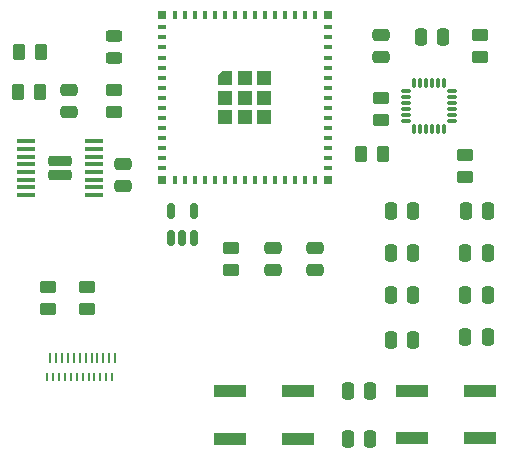
<source format=gbr>
%TF.GenerationSoftware,KiCad,Pcbnew,8.0.3*%
%TF.CreationDate,2024-07-09T21:28:30-04:00*%
%TF.ProjectId,PCB,5043422e-6b69-4636-9164-5f7063625858,rev?*%
%TF.SameCoordinates,Original*%
%TF.FileFunction,Paste,Top*%
%TF.FilePolarity,Positive*%
%FSLAX46Y46*%
G04 Gerber Fmt 4.6, Leading zero omitted, Abs format (unit mm)*
G04 Created by KiCad (PCBNEW 8.0.3) date 2024-07-09 21:28:30*
%MOMM*%
%LPD*%
G01*
G04 APERTURE LIST*
G04 Aperture macros list*
%AMRoundRect*
0 Rectangle with rounded corners*
0 $1 Rounding radius*
0 $2 $3 $4 $5 $6 $7 $8 $9 X,Y pos of 4 corners*
0 Add a 4 corners polygon primitive as box body*
4,1,4,$2,$3,$4,$5,$6,$7,$8,$9,$2,$3,0*
0 Add four circle primitives for the rounded corners*
1,1,$1+$1,$2,$3*
1,1,$1+$1,$4,$5*
1,1,$1+$1,$6,$7*
1,1,$1+$1,$8,$9*
0 Add four rect primitives between the rounded corners*
20,1,$1+$1,$2,$3,$4,$5,0*
20,1,$1+$1,$4,$5,$6,$7,0*
20,1,$1+$1,$6,$7,$8,$9,0*
20,1,$1+$1,$8,$9,$2,$3,0*%
%AMOutline5P*
0 Free polygon, 5 corners , with rotation*
0 The origin of the aperture is its center*
0 number of corners: always 5*
0 $1 to $10 corner X, Y*
0 $11 Rotation angle, in degrees counterclockwise*
0 create outline with 5 corners*
4,1,5,$1,$2,$3,$4,$5,$6,$7,$8,$9,$10,$1,$2,$11*%
%AMOutline6P*
0 Free polygon, 6 corners , with rotation*
0 The origin of the aperture is its center*
0 number of corners: always 6*
0 $1 to $12 corner X, Y*
0 $13 Rotation angle, in degrees counterclockwise*
0 create outline with 6 corners*
4,1,6,$1,$2,$3,$4,$5,$6,$7,$8,$9,$10,$11,$12,$1,$2,$13*%
%AMOutline7P*
0 Free polygon, 7 corners , with rotation*
0 The origin of the aperture is its center*
0 number of corners: always 7*
0 $1 to $14 corner X, Y*
0 $15 Rotation angle, in degrees counterclockwise*
0 create outline with 7 corners*
4,1,7,$1,$2,$3,$4,$5,$6,$7,$8,$9,$10,$11,$12,$13,$14,$1,$2,$15*%
%AMOutline8P*
0 Free polygon, 8 corners , with rotation*
0 The origin of the aperture is its center*
0 number of corners: always 8*
0 $1 to $16 corner X, Y*
0 $17 Rotation angle, in degrees counterclockwise*
0 create outline with 8 corners*
4,1,8,$1,$2,$3,$4,$5,$6,$7,$8,$9,$10,$11,$12,$13,$14,$15,$16,$1,$2,$17*%
G04 Aperture macros list end*
%ADD10R,0.270000X0.900000*%
%ADD11R,0.270000X0.800000*%
%ADD12R,0.800000X0.400000*%
%ADD13R,0.400000X0.800000*%
%ADD14Outline5P,-0.600000X0.204000X-0.204000X0.600000X0.600000X0.600000X0.600000X-0.600000X-0.600000X-0.600000X0.000000*%
%ADD15R,1.200000X1.200000*%
%ADD16R,0.800000X0.800000*%
%ADD17RoundRect,0.232500X-0.757500X-0.232500X0.757500X-0.232500X0.757500X0.232500X-0.757500X0.232500X0*%
%ADD18RoundRect,0.100000X-0.687500X-0.100000X0.687500X-0.100000X0.687500X0.100000X-0.687500X0.100000X0*%
%ADD19RoundRect,0.250000X-0.262500X-0.450000X0.262500X-0.450000X0.262500X0.450000X-0.262500X0.450000X0*%
%ADD20RoundRect,0.075000X0.350000X0.075000X-0.350000X0.075000X-0.350000X-0.075000X0.350000X-0.075000X0*%
%ADD21RoundRect,0.075000X-0.075000X0.350000X-0.075000X-0.350000X0.075000X-0.350000X0.075000X0.350000X0*%
%ADD22RoundRect,0.243750X-0.456250X0.243750X-0.456250X-0.243750X0.456250X-0.243750X0.456250X0.243750X0*%
%ADD23RoundRect,0.250000X0.450000X-0.262500X0.450000X0.262500X-0.450000X0.262500X-0.450000X-0.262500X0*%
%ADD24RoundRect,0.250000X0.250000X0.475000X-0.250000X0.475000X-0.250000X-0.475000X0.250000X-0.475000X0*%
%ADD25RoundRect,0.250000X0.475000X-0.250000X0.475000X0.250000X-0.475000X0.250000X-0.475000X-0.250000X0*%
%ADD26RoundRect,0.250000X-0.250000X-0.475000X0.250000X-0.475000X0.250000X0.475000X-0.250000X0.475000X0*%
%ADD27RoundRect,0.250000X-0.450000X0.262500X-0.450000X-0.262500X0.450000X-0.262500X0.450000X0.262500X0*%
%ADD28RoundRect,0.150000X0.150000X-0.512500X0.150000X0.512500X-0.150000X0.512500X-0.150000X-0.512500X0*%
%ADD29R,2.750000X1.000000*%
%ADD30RoundRect,0.250000X-0.475000X0.250000X-0.475000X-0.250000X0.475000X-0.250000X0.475000X0.250000X0*%
%ADD31RoundRect,0.250000X0.262500X0.450000X-0.262500X0.450000X-0.262500X-0.450000X0.262500X-0.450000X0*%
G04 APERTURE END LIST*
D10*
%TO.C,J3*%
X54779000Y-76107000D03*
X55279000Y-76107000D03*
X55779000Y-76107000D03*
X56279000Y-76107000D03*
X56779000Y-76107000D03*
X57279000Y-76107000D03*
X57779000Y-76107000D03*
X58279000Y-76107000D03*
X58779000Y-76107000D03*
X59279000Y-76107000D03*
X59779000Y-76107000D03*
X60279000Y-76107000D03*
D11*
X60029000Y-77707000D03*
X59529000Y-77707000D03*
X59029000Y-77707000D03*
X58529000Y-77707000D03*
X58029000Y-77707000D03*
X57529000Y-77707000D03*
X57029000Y-77707000D03*
X56529000Y-77707000D03*
X56029000Y-77707000D03*
X55529000Y-77707000D03*
X55029000Y-77707000D03*
X54529000Y-77707000D03*
%TD*%
D12*
%TO.C,U3*%
X64262000Y-48093000D03*
X64262000Y-48943000D03*
X64262000Y-49793000D03*
X64262000Y-50643000D03*
X64262000Y-51493000D03*
X64262000Y-52343000D03*
X64262000Y-53193000D03*
X64262000Y-54043000D03*
X64262000Y-54893000D03*
X64262000Y-55743000D03*
X64262000Y-56593000D03*
X64262000Y-57443000D03*
X64262000Y-58293000D03*
X64262000Y-59143000D03*
X64262000Y-59993000D03*
D13*
X65312000Y-61043000D03*
X66162000Y-61043000D03*
X67012000Y-61043000D03*
X67862000Y-61043000D03*
X68712000Y-61043000D03*
X69562000Y-61043000D03*
X70412000Y-61043000D03*
X71262000Y-61043000D03*
X72112000Y-61043000D03*
X72962000Y-61043000D03*
X73812000Y-61043000D03*
X74662000Y-61043000D03*
X75512000Y-61043000D03*
X76362000Y-61043000D03*
X77212000Y-61043000D03*
D12*
X78262000Y-59993000D03*
X78262000Y-59143000D03*
X78262000Y-58293000D03*
X78262000Y-57443000D03*
X78262000Y-56593000D03*
X78262000Y-55743000D03*
X78262000Y-54893000D03*
X78262000Y-54043000D03*
X78262000Y-53193000D03*
X78262000Y-52343000D03*
X78262000Y-51493000D03*
X78262000Y-50643000D03*
X78262000Y-49793000D03*
X78262000Y-48943000D03*
X78262000Y-48093000D03*
D13*
X77212000Y-47043000D03*
X76362000Y-47043000D03*
X75512000Y-47043000D03*
X74662000Y-47043000D03*
X73812000Y-47043000D03*
X72962000Y-47043000D03*
X72112000Y-47043000D03*
X71262000Y-47043000D03*
X70412000Y-47043000D03*
X69562000Y-47043000D03*
X68712000Y-47043000D03*
X67862000Y-47043000D03*
X67012000Y-47043000D03*
X66162000Y-47043000D03*
X65312000Y-47043000D03*
D14*
X69612000Y-52393000D03*
D15*
X69612000Y-54043000D03*
X69612000Y-55693000D03*
X71262000Y-52393000D03*
X71262000Y-54043000D03*
X71262000Y-55693000D03*
X72912000Y-52393000D03*
X72912000Y-54043000D03*
X72912000Y-55693000D03*
D16*
X64262000Y-47043000D03*
X64262000Y-61043000D03*
X78262000Y-61043000D03*
X78262000Y-47043000D03*
%TD*%
D17*
%TO.C,U2*%
X55626000Y-59419000D03*
X55626000Y-60579000D03*
D18*
X52763500Y-57724000D03*
X52763500Y-58374000D03*
X52763500Y-59024000D03*
X52763500Y-59674000D03*
X52763500Y-60324000D03*
X52763500Y-60974000D03*
X52763500Y-61624000D03*
X52763500Y-62274000D03*
X58488500Y-62274000D03*
X58488500Y-61624000D03*
X58488500Y-60974000D03*
X58488500Y-60324000D03*
X58488500Y-59674000D03*
X58488500Y-59024000D03*
X58488500Y-58374000D03*
X58488500Y-57724000D03*
%TD*%
D19*
%TO.C,R10*%
X52173500Y-50165000D03*
X53998500Y-50165000D03*
%TD*%
D20*
%TO.C,U1*%
X88818000Y-55987000D03*
X88818000Y-55487000D03*
X88818000Y-54987000D03*
X88818000Y-54487000D03*
X88818000Y-53987000D03*
X88818000Y-53487000D03*
D21*
X88118000Y-52787000D03*
X87618000Y-52787000D03*
X87118000Y-52787000D03*
X86618000Y-52787000D03*
X86118000Y-52787000D03*
X85618000Y-52787000D03*
D20*
X84918000Y-53487000D03*
X84918000Y-53987000D03*
X84918000Y-54487000D03*
X84918000Y-54987000D03*
X84918000Y-55487000D03*
X84918000Y-55987000D03*
D21*
X85618000Y-56687000D03*
X86118000Y-56687000D03*
X86618000Y-56687000D03*
X87118000Y-56687000D03*
X87618000Y-56687000D03*
X88118000Y-56687000D03*
%TD*%
D22*
%TO.C,D2*%
X60198000Y-48798000D03*
X60198000Y-50673000D03*
%TD*%
D23*
%TO.C,R8*%
X54610000Y-71937500D03*
X54610000Y-70112500D03*
%TD*%
%TO.C,R7*%
X57912000Y-71937500D03*
X57912000Y-70112500D03*
%TD*%
D24*
%TO.C,C10*%
X85532000Y-74549000D03*
X83632000Y-74549000D03*
%TD*%
D25*
%TO.C,C2*%
X82804000Y-50607000D03*
X82804000Y-48707000D03*
%TD*%
D26*
%TO.C,C4*%
X89916000Y-74295000D03*
X91816000Y-74295000D03*
%TD*%
D23*
%TO.C,R3*%
X91186000Y-50569500D03*
X91186000Y-48744500D03*
%TD*%
D25*
%TO.C,C8*%
X73660000Y-68641000D03*
X73660000Y-66741000D03*
%TD*%
D26*
%TO.C,C13*%
X89982000Y-63627000D03*
X91882000Y-63627000D03*
%TD*%
D25*
%TO.C,C9*%
X77216000Y-66741000D03*
X77216000Y-68641000D03*
%TD*%
D26*
%TO.C,C14*%
X89916000Y-67183000D03*
X91816000Y-67183000D03*
%TD*%
D23*
%TO.C,R1*%
X89916000Y-60729500D03*
X89916000Y-58904500D03*
%TD*%
D24*
%TO.C,C1*%
X88072000Y-48895000D03*
X86172000Y-48895000D03*
%TD*%
%TO.C,C16*%
X81890000Y-82899000D03*
X79990000Y-82899000D03*
%TD*%
D27*
%TO.C,R2*%
X82804000Y-54078500D03*
X82804000Y-55903500D03*
%TD*%
D28*
%TO.C,U4*%
X65024000Y-65913000D03*
X65974000Y-65913000D03*
X66924000Y-65913000D03*
X66924000Y-63638000D03*
X65024000Y-63638000D03*
%TD*%
D26*
%TO.C,C7*%
X79990000Y-78835000D03*
X81890000Y-78835000D03*
%TD*%
D19*
%TO.C,R5*%
X52070000Y-53577000D03*
X53895000Y-53577000D03*
%TD*%
D29*
%TO.C,RESET*%
X70018000Y-78899000D03*
X75778000Y-78899000D03*
X70018000Y-82899000D03*
X75778000Y-82899000D03*
%TD*%
D30*
%TO.C,C6*%
X56388000Y-53389000D03*
X56388000Y-55289000D03*
%TD*%
D31*
%TO.C,R6*%
X82954500Y-58801000D03*
X81129500Y-58801000D03*
%TD*%
D30*
%TO.C,C5*%
X60960000Y-59629000D03*
X60960000Y-61529000D03*
%TD*%
D27*
%TO.C,R9*%
X70104000Y-66778500D03*
X70104000Y-68603500D03*
%TD*%
D24*
%TO.C,C12*%
X85532000Y-67183000D03*
X83632000Y-67183000D03*
%TD*%
D23*
%TO.C,R4*%
X60198000Y-55251500D03*
X60198000Y-53426500D03*
%TD*%
D24*
%TO.C,C3*%
X85532000Y-63627000D03*
X83632000Y-63627000D03*
%TD*%
D29*
%TO.C,BOOT*%
X91186000Y-82867000D03*
X85426000Y-82867000D03*
X91186000Y-78867000D03*
X85426000Y-78867000D03*
%TD*%
D26*
%TO.C,C15*%
X89916000Y-70739000D03*
X91816000Y-70739000D03*
%TD*%
D24*
%TO.C,C11*%
X85532000Y-70739000D03*
X83632000Y-70739000D03*
%TD*%
M02*

</source>
